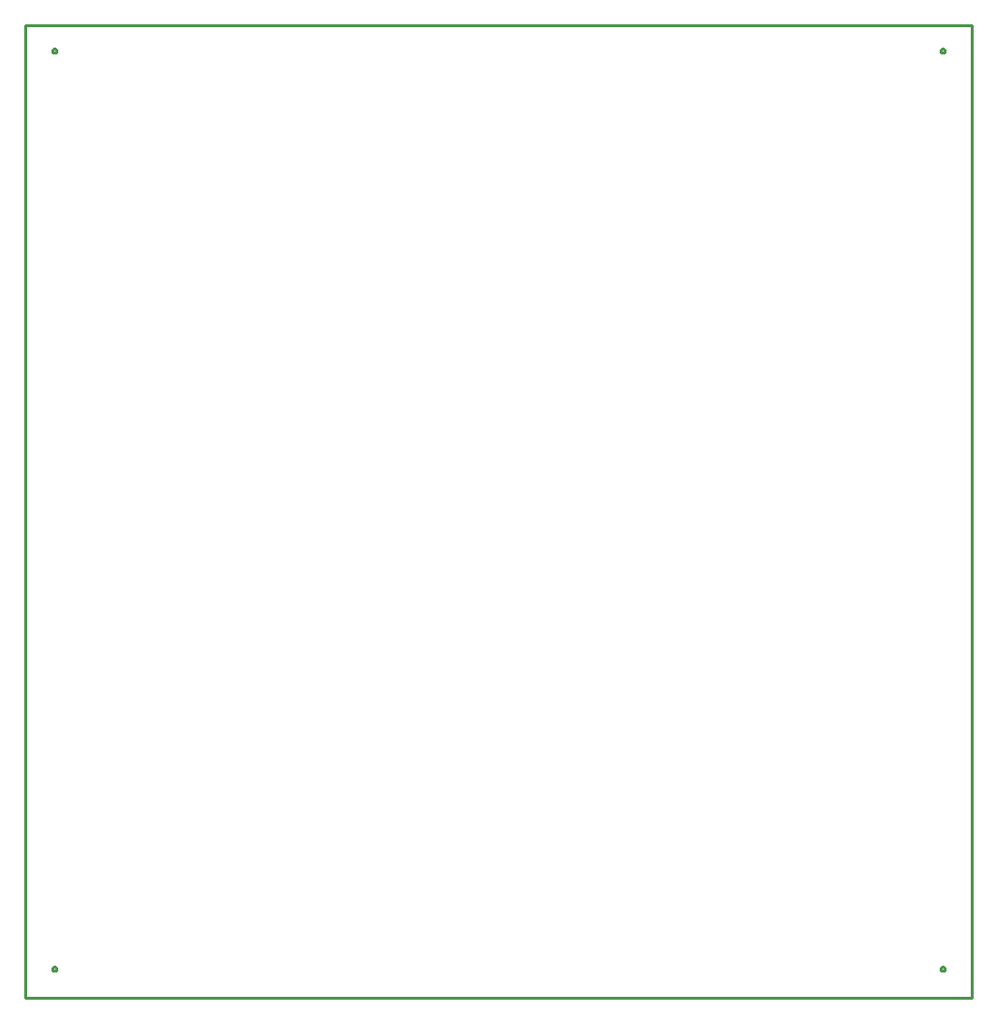
<source format=gbr>
G04 EAGLE Gerber RS-274X export*
G75*
%MOMM*%
%FSLAX34Y34*%
%LPD*%
%IN*%
%IPPOS*%
%AMOC8*
5,1,8,0,0,1.08239X$1,22.5*%
G01*
%ADD10C,0.254000*%


D10*
X0Y0D02*
X825300Y0D01*
X825300Y847600D01*
X0Y847600D01*
X0Y0D01*
X27150Y825328D02*
X27083Y824990D01*
X26951Y824671D01*
X26759Y824384D01*
X26516Y824141D01*
X26229Y823949D01*
X25910Y823817D01*
X25572Y823750D01*
X25228Y823750D01*
X24890Y823817D01*
X24571Y823949D01*
X24284Y824141D01*
X24041Y824384D01*
X23849Y824671D01*
X23717Y824990D01*
X23650Y825328D01*
X23650Y825672D01*
X23717Y826010D01*
X23849Y826329D01*
X24041Y826616D01*
X24284Y826859D01*
X24571Y827051D01*
X24890Y827183D01*
X25228Y827250D01*
X25572Y827250D01*
X25910Y827183D01*
X26229Y827051D01*
X26516Y826859D01*
X26759Y826616D01*
X26951Y826329D01*
X27083Y826010D01*
X27150Y825672D01*
X27150Y825328D01*
X801850Y825328D02*
X801783Y824990D01*
X801651Y824671D01*
X801459Y824384D01*
X801216Y824141D01*
X800929Y823949D01*
X800610Y823817D01*
X800272Y823750D01*
X799928Y823750D01*
X799590Y823817D01*
X799271Y823949D01*
X798984Y824141D01*
X798741Y824384D01*
X798549Y824671D01*
X798417Y824990D01*
X798350Y825328D01*
X798350Y825672D01*
X798417Y826010D01*
X798549Y826329D01*
X798741Y826616D01*
X798984Y826859D01*
X799271Y827051D01*
X799590Y827183D01*
X799928Y827250D01*
X800272Y827250D01*
X800610Y827183D01*
X800929Y827051D01*
X801216Y826859D01*
X801459Y826616D01*
X801651Y826329D01*
X801783Y826010D01*
X801850Y825672D01*
X801850Y825328D01*
X801850Y25228D02*
X801783Y24890D01*
X801651Y24571D01*
X801459Y24284D01*
X801216Y24041D01*
X800929Y23849D01*
X800610Y23717D01*
X800272Y23650D01*
X799928Y23650D01*
X799590Y23717D01*
X799271Y23849D01*
X798984Y24041D01*
X798741Y24284D01*
X798549Y24571D01*
X798417Y24890D01*
X798350Y25228D01*
X798350Y25572D01*
X798417Y25910D01*
X798549Y26229D01*
X798741Y26516D01*
X798984Y26759D01*
X799271Y26951D01*
X799590Y27083D01*
X799928Y27150D01*
X800272Y27150D01*
X800610Y27083D01*
X800929Y26951D01*
X801216Y26759D01*
X801459Y26516D01*
X801651Y26229D01*
X801783Y25910D01*
X801850Y25572D01*
X801850Y25228D01*
X27150Y25228D02*
X27083Y24890D01*
X26951Y24571D01*
X26759Y24284D01*
X26516Y24041D01*
X26229Y23849D01*
X25910Y23717D01*
X25572Y23650D01*
X25228Y23650D01*
X24890Y23717D01*
X24571Y23849D01*
X24284Y24041D01*
X24041Y24284D01*
X23849Y24571D01*
X23717Y24890D01*
X23650Y25228D01*
X23650Y25572D01*
X23717Y25910D01*
X23849Y26229D01*
X24041Y26516D01*
X24284Y26759D01*
X24571Y26951D01*
X24890Y27083D01*
X25228Y27150D01*
X25572Y27150D01*
X25910Y27083D01*
X26229Y26951D01*
X26516Y26759D01*
X26759Y26516D01*
X26951Y26229D01*
X27083Y25910D01*
X27150Y25572D01*
X27150Y25228D01*
M02*

</source>
